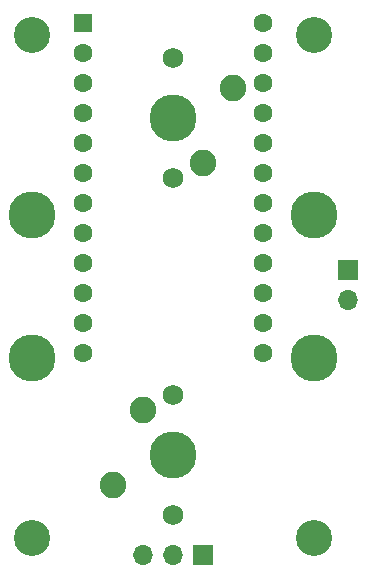
<source format=gts>
G04 #@! TF.GenerationSoftware,KiCad,Pcbnew,(5.1.10)-1*
G04 #@! TF.CreationDate,2021-08-17T09:51:17-04:00*
G04 #@! TF.ProjectId,milkcrate,6d696c6b-6372-4617-9465-2e6b69636164,rev?*
G04 #@! TF.SameCoordinates,Original*
G04 #@! TF.FileFunction,Soldermask,Top*
G04 #@! TF.FilePolarity,Negative*
%FSLAX46Y46*%
G04 Gerber Fmt 4.6, Leading zero omitted, Abs format (unit mm)*
G04 Created by KiCad (PCBNEW (5.1.10)-1) date 2021-08-17 09:51:17*
%MOMM*%
%LPD*%
G01*
G04 APERTURE LIST*
%ADD10C,3.987800*%
%ADD11C,3.048000*%
%ADD12C,1.750000*%
%ADD13C,2.250000*%
%ADD14R,1.600000X1.600000*%
%ADD15C,1.600000*%
%ADD16R,1.700000X1.700000*%
%ADD17O,1.700000X1.700000*%
G04 APERTURE END LIST*
D10*
G04 #@! TO.C,MX2*
X122205750Y-54451250D03*
X146081750Y-54451250D03*
D11*
X122205750Y-69691250D03*
X146081750Y-69691250D03*
D12*
X134143750Y-67786250D03*
X134143750Y-57626250D03*
D13*
X131603750Y-58896250D03*
D10*
X134143750Y-62706250D03*
D13*
X129063750Y-65246250D03*
G04 #@! TD*
D10*
G04 #@! TO.C,MX1*
X146081750Y-42386250D03*
X122205750Y-42386250D03*
D11*
X146081750Y-27146250D03*
X122205750Y-27146250D03*
D12*
X134143750Y-29051250D03*
X134143750Y-39211250D03*
D13*
X136683750Y-37941250D03*
D10*
X134143750Y-34131250D03*
D13*
X139223750Y-31591250D03*
G04 #@! TD*
D14*
G04 #@! TO.C,U1*
X126523750Y-26113750D03*
D15*
X126523750Y-28653750D03*
X126523750Y-31193750D03*
X126523750Y-33733750D03*
X126523750Y-36273750D03*
X126523750Y-38813750D03*
X126523750Y-41353750D03*
X126523750Y-43893750D03*
X126523750Y-46433750D03*
X126523750Y-48973750D03*
X126523750Y-51513750D03*
X126523750Y-54053750D03*
X141763750Y-54053750D03*
X141763750Y-51513750D03*
X141763750Y-48973750D03*
X141763750Y-46433750D03*
X141763750Y-43893750D03*
X141763750Y-41353750D03*
X141763750Y-38813750D03*
X141763750Y-36273750D03*
X141763750Y-33733750D03*
X141763750Y-31193750D03*
X141763750Y-28653750D03*
X141763750Y-26113750D03*
G04 #@! TD*
D16*
G04 #@! TO.C,J2*
X136652000Y-71170800D03*
D17*
X134112000Y-71170800D03*
X131572000Y-71170800D03*
G04 #@! TD*
D16*
G04 #@! TO.C,J1*
X148920200Y-47053500D03*
D17*
X148920200Y-49593500D03*
G04 #@! TD*
M02*

</source>
